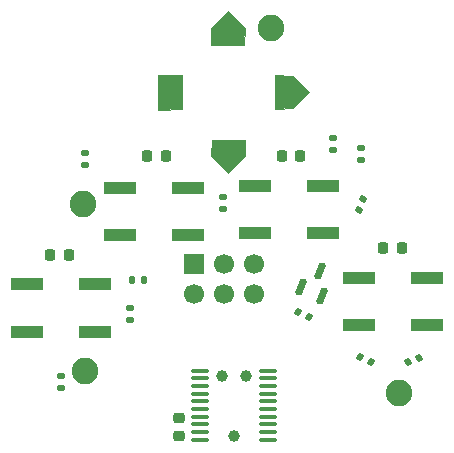
<source format=gts>
G04 #@! TF.GenerationSoftware,KiCad,Pcbnew,9.0.2*
G04 #@! TF.CreationDate,2025-06-26T14:40:00-07:00*
G04 #@! TF.ProjectId,pawb_sao,70617762-5f73-4616-9f2e-6b696361645f,rev?*
G04 #@! TF.SameCoordinates,Original*
G04 #@! TF.FileFunction,Soldermask,Top*
G04 #@! TF.FilePolarity,Negative*
%FSLAX46Y46*%
G04 Gerber Fmt 4.6, Leading zero omitted, Abs format (unit mm)*
G04 Created by KiCad (PCBNEW 9.0.2) date 2025-06-26 14:40:00*
%MOMM*%
%LPD*%
G01*
G04 APERTURE LIST*
G04 Aperture macros list*
%AMRoundRect*
0 Rectangle with rounded corners*
0 $1 Rounding radius*
0 $2 $3 $4 $5 $6 $7 $8 $9 X,Y pos of 4 corners*
0 Add a 4 corners polygon primitive as box body*
4,1,4,$2,$3,$4,$5,$6,$7,$8,$9,$2,$3,0*
0 Add four circle primitives for the rounded corners*
1,1,$1+$1,$2,$3*
1,1,$1+$1,$4,$5*
1,1,$1+$1,$6,$7*
1,1,$1+$1,$8,$9*
0 Add four rect primitives between the rounded corners*
20,1,$1+$1,$2,$3,$4,$5,0*
20,1,$1+$1,$4,$5,$6,$7,0*
20,1,$1+$1,$6,$7,$8,$9,0*
20,1,$1+$1,$8,$9,$2,$3,0*%
G04 Aperture macros list end*
%ADD10C,0.010000*%
%ADD11R,2.750000X1.000000*%
%ADD12RoundRect,0.135000X0.185000X-0.135000X0.185000X0.135000X-0.185000X0.135000X-0.185000X-0.135000X0*%
%ADD13RoundRect,0.135000X-0.195520X-0.119255X0.053927X-0.222580X0.195520X0.119255X-0.053927X0.222580X0*%
%ADD14C,2.250000*%
%ADD15RoundRect,0.218750X-0.218750X-0.256250X0.218750X-0.256250X0.218750X0.256250X-0.218750X0.256250X0*%
%ADD16RoundRect,0.135000X-0.185000X0.135000X-0.185000X-0.135000X0.185000X-0.135000X0.185000X0.135000X0*%
%ADD17RoundRect,0.150000X-0.086245X-0.600182X0.363408X0.485377X0.086245X0.600182X-0.363408X-0.485377X0*%
%ADD18RoundRect,0.225000X0.250000X-0.225000X0.250000X0.225000X-0.250000X0.225000X-0.250000X-0.225000X0*%
%ADD19RoundRect,0.100000X-0.637500X-0.100000X0.637500X-0.100000X0.637500X0.100000X-0.637500X0.100000X0*%
%ADD20RoundRect,0.135000X0.195520X0.119255X-0.053927X0.222580X-0.195520X-0.119255X0.053927X-0.222580X0*%
%ADD21RoundRect,0.135000X0.135000X0.185000X-0.135000X0.185000X-0.135000X-0.185000X0.135000X-0.185000X0*%
%ADD22RoundRect,0.218750X0.218750X0.256250X-0.218750X0.256250X-0.218750X-0.256250X0.218750X-0.256250X0*%
%ADD23RoundRect,0.135000X0.119255X-0.195520X0.222580X0.053927X-0.119255X0.195520X-0.222580X-0.053927X0*%
%ADD24RoundRect,0.135000X-0.053927X-0.222580X0.195520X-0.119255X0.053927X0.222580X-0.195520X0.119255X0*%
%ADD25R,1.700000X1.700000*%
%ADD26C,1.700000*%
%ADD27C,0.990600*%
G04 APERTURE END LIST*
D10*
X168270353Y-79081423D02*
X166252157Y-79116778D01*
X166252159Y-76233932D01*
X168270353Y-76198577D01*
X168270353Y-79081423D01*
G36*
X168270353Y-79081423D02*
G01*
X166252157Y-79116778D01*
X166252159Y-76233932D01*
X168270353Y-76198577D01*
X168270353Y-79081423D01*
G37*
X173641424Y-72222487D02*
X173535357Y-73674998D01*
X170793934Y-73674997D01*
X170758576Y-72222486D01*
X172200000Y-70781066D01*
X173641424Y-72222487D01*
G36*
X173641424Y-72222487D02*
G01*
X173535357Y-73674998D01*
X170793934Y-73674997D01*
X170758576Y-72222486D01*
X172200000Y-70781066D01*
X173641424Y-72222487D01*
G37*
X173641424Y-83057514D02*
X172200000Y-84498934D01*
X170758576Y-83057513D01*
X170864643Y-81675714D01*
X173606069Y-81675712D01*
X173641424Y-83057514D01*
G36*
X173641424Y-83057514D02*
G01*
X172200000Y-84498934D01*
X170758576Y-83057513D01*
X170864643Y-81675714D01*
X173606069Y-81675712D01*
X173641424Y-83057514D01*
G37*
X177688223Y-76269288D02*
X179058934Y-77640000D01*
X177688223Y-79010712D01*
X176200358Y-79081422D01*
X176200357Y-76198576D01*
X177688223Y-76269288D01*
G36*
X177688223Y-76269288D02*
G01*
X179058934Y-77640000D01*
X177688223Y-79010712D01*
X176200358Y-79081422D01*
X176200357Y-76198576D01*
X177688223Y-76269288D01*
G37*
D11*
X160950000Y-97930000D03*
X155190000Y-97930000D03*
X160950000Y-93930000D03*
X155190000Y-93930000D03*
D12*
X160100000Y-83827500D03*
X160100000Y-82807500D03*
D11*
X180240000Y-89580000D03*
X174480000Y-89580000D03*
X180240000Y-85580000D03*
X174480000Y-85580000D03*
D13*
X178098821Y-96284831D03*
X179041179Y-96675169D03*
D14*
X160060000Y-101250000D03*
D11*
X168780000Y-89730000D03*
X163020000Y-89730000D03*
X168780000Y-85730000D03*
X163020000Y-85730000D03*
D15*
X185355000Y-90880000D03*
X186930000Y-90880000D03*
D14*
X175810000Y-72220000D03*
D16*
X183450000Y-82340000D03*
X183450000Y-83360000D03*
D17*
X178404783Y-94168726D03*
X180160154Y-94895824D03*
X180000000Y-92800000D03*
D18*
X168090000Y-106795000D03*
X168090000Y-105245000D03*
D12*
X163900000Y-96910000D03*
X163900000Y-95890000D03*
D19*
X169827500Y-101235000D03*
X169827500Y-101885000D03*
X169827500Y-102535000D03*
X169827500Y-103185000D03*
X169827500Y-103835000D03*
X169827500Y-104485000D03*
X169827500Y-105135000D03*
X169827500Y-105785000D03*
X169827500Y-106435000D03*
X169827500Y-107085000D03*
X175552500Y-107085000D03*
X175552500Y-106435000D03*
X175552500Y-105785000D03*
X175552500Y-105135000D03*
X175552500Y-104485000D03*
X175552500Y-103835000D03*
X175552500Y-103185000D03*
X175552500Y-102535000D03*
X175552500Y-101885000D03*
X175552500Y-101235000D03*
D20*
X184351179Y-100455169D03*
X183408821Y-100064831D03*
D15*
X157145000Y-91440000D03*
X158720000Y-91440000D03*
D21*
X165080000Y-93510000D03*
X164060000Y-93510000D03*
D12*
X158050000Y-102667500D03*
X158050000Y-101647500D03*
D14*
X159950000Y-87140000D03*
D22*
X166947500Y-83020000D03*
X165372500Y-83020000D03*
D12*
X171820000Y-87517500D03*
X171820000Y-86497500D03*
D23*
X183284831Y-87641179D03*
X183675169Y-86698821D03*
D15*
X176755000Y-83030000D03*
X178330000Y-83030000D03*
D14*
X186640000Y-103110000D03*
D24*
X187408821Y-100525169D03*
X188351179Y-100134831D03*
D11*
X189050000Y-97380000D03*
X183290000Y-97380000D03*
X189050000Y-93380000D03*
X183290000Y-93380000D03*
D16*
X181070000Y-81532500D03*
X181070000Y-82552500D03*
D25*
X169350002Y-92235001D03*
D26*
X169350002Y-94775001D03*
X171890002Y-92235001D03*
X171890002Y-94775001D03*
X174430003Y-92235000D03*
X174430002Y-94775001D03*
D27*
X172674000Y-106720000D03*
X171658000Y-101640000D03*
X173690000Y-101640000D03*
M02*

</source>
